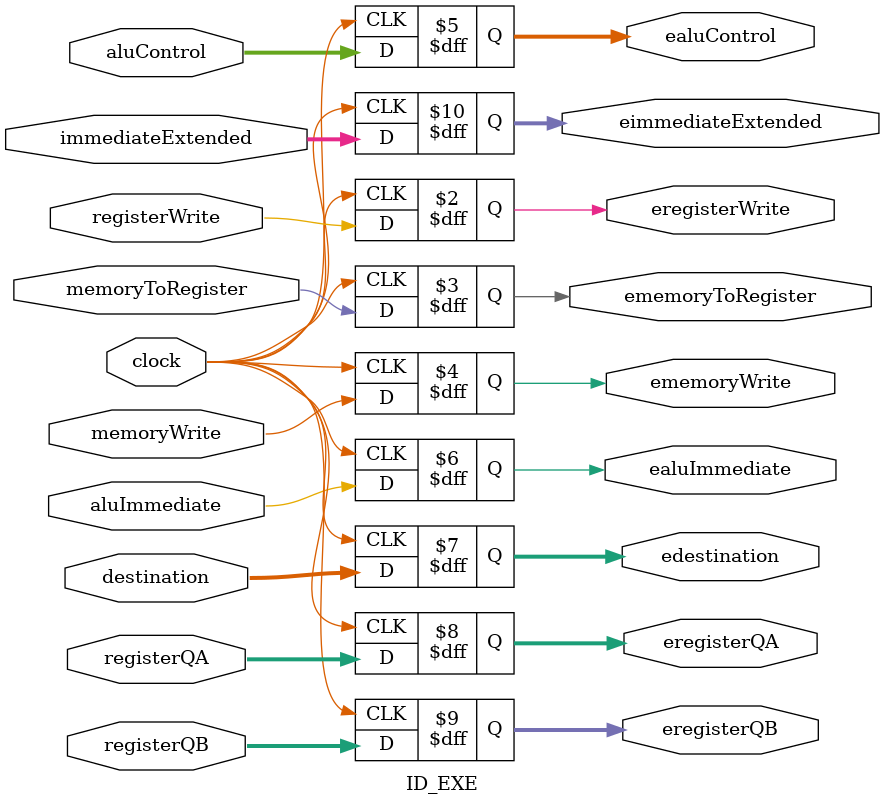
<source format=v>
`timescale 1ns / 1ps


module ID_EXE(
    // Inputs
    input clock,
    input registerWrite,
    input memoryToRegister,
    input memoryWrite,
    input [3:0] aluControl,
    input aluImmediate,
    input [4:0] destination,
    input [31:0] registerQA,
    input [31:0] registerQB,
    input [31:0] immediateExtended,
    // Outputs
    output reg eregisterWrite,
    output reg ememoryToRegister,
    output reg ememoryWrite,
    output reg [3:0] ealuControl,
    output reg ealuImmediate,
    output reg [4:0] edestination,
    output reg [31:0] eregisterQA,
    output reg [31:0] eregisterQB,
    output reg [31:0] eimmediateExtended
    );

    always @(posedge clock) begin
        // Assignments in register
        eregisterWrite <= registerWrite;
        ememoryToRegister <= memoryToRegister;
        ememoryWrite <= memoryWrite;
        ealuControl <= aluControl;
        ealuImmediate <= aluImmediate;
        edestination <= destination;
        eregisterQA <= registerQA;
        eregisterQB <= registerQB;
        eimmediateExtended <= immediateExtended;
    end
endmodule

</source>
